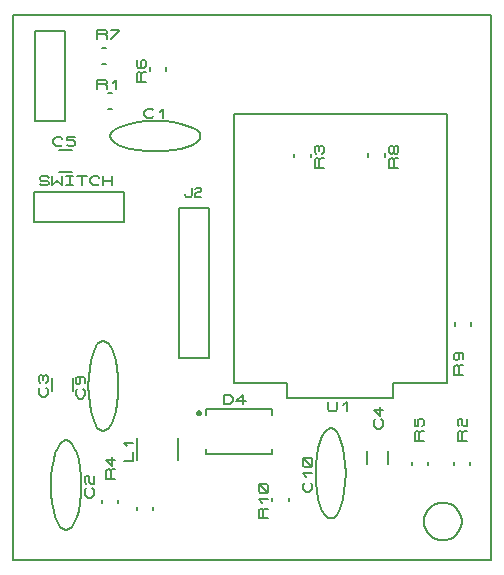
<source format=gbr>
G04 PROTEUS GERBER X2 FILE*
%TF.GenerationSoftware,Labcenter,Proteus,8.17-SP2-Build37159*%
%TF.CreationDate,2024-05-15T17:06:41+00:00*%
%TF.FileFunction,Legend,Top*%
%TF.FilePolarity,Positive*%
%TF.Part,Single*%
%TF.SameCoordinates,{8e856c1c-122a-437a-bfc2-24db689c5e76}*%
%FSLAX45Y45*%
%MOMM*%
G01*
%TA.AperFunction,Profile*%
%ADD21C,0.150000*%
%TA.AperFunction,Material*%
%ADD73C,0.127000*%
%ADD30C,0.150000*%
%ADD31C,0.200000*%
%ADD32C,0.250000*%
%TA.AperFunction,NonMaterial*%
%ADD33C,0.150000*%
%TD.AperFunction*%
D21*
X-2010000Y-2260000D02*
X+2040000Y-2260000D01*
X+2040000Y+2360000D01*
X-2010000Y+2360000D01*
X-2010000Y-2260000D01*
D73*
X-138000Y+1516000D02*
X+1662000Y+1516000D01*
X-138000Y+1516000D02*
X-138000Y-754000D01*
X+312000Y-754000D01*
X+1662000Y+1516000D02*
X+1662000Y-754000D01*
X+312000Y-884000D02*
X+1212000Y-884000D01*
X+312000Y-884000D02*
X+312000Y-754000D01*
X+1212000Y-884000D02*
X+1212000Y-754000D01*
X+1662000Y-754000D01*
D30*
X+655320Y-915750D02*
X+655320Y-979250D01*
X+668655Y-991950D01*
X+721995Y-991950D01*
X+735330Y-979250D01*
X+735330Y-915750D01*
X+788670Y-941150D02*
X+815340Y-915750D01*
X+815340Y-991950D01*
X-1244000Y-1164000D02*
X-1269876Y-1156484D01*
X-1293848Y-1134830D01*
X-1315438Y-1100376D01*
X-1334170Y-1054462D01*
X-1349569Y-998429D01*
X-1361158Y-933614D01*
X-1368460Y-861358D01*
X-1371000Y-783000D01*
X-1244000Y-402000D02*
X-1269876Y-409620D01*
X-1293848Y-431528D01*
X-1315438Y-466294D01*
X-1334170Y-512490D01*
X-1349569Y-568688D01*
X-1361158Y-633458D01*
X-1368460Y-705371D01*
X-1371000Y-783000D01*
X-1244000Y-402000D02*
X-1218124Y-409620D01*
X-1194152Y-431528D01*
X-1172562Y-466294D01*
X-1153830Y-512490D01*
X-1138431Y-568688D01*
X-1126842Y-633458D01*
X-1119540Y-705371D01*
X-1117000Y-783000D01*
X-1244000Y-1164000D02*
X-1218124Y-1156484D01*
X-1194152Y-1134830D01*
X-1172562Y-1100376D01*
X-1153830Y-1054462D01*
X-1138431Y-998429D01*
X-1126842Y-933614D01*
X-1119540Y-861358D01*
X-1117000Y-783000D01*
X-1414180Y-809670D02*
X-1401480Y-823005D01*
X-1401480Y-863010D01*
X-1426880Y-889680D01*
X-1452280Y-889680D01*
X-1477680Y-863010D01*
X-1477680Y-823005D01*
X-1464980Y-809670D01*
X-1452280Y-702990D02*
X-1439580Y-716325D01*
X-1439580Y-756330D01*
X-1452280Y-769665D01*
X-1464980Y-769665D01*
X-1477680Y-756330D01*
X-1477680Y-716325D01*
X-1464980Y-702990D01*
X-1414180Y-702990D01*
X-1401480Y-716325D01*
X-1401480Y-756330D01*
X+680000Y-1905000D02*
X+654124Y-1897484D01*
X+630152Y-1875830D01*
X+608562Y-1841376D01*
X+589830Y-1795462D01*
X+574431Y-1739429D01*
X+562842Y-1674614D01*
X+555540Y-1602358D01*
X+553000Y-1524000D01*
X+680000Y-1143000D02*
X+654124Y-1150620D01*
X+630152Y-1172528D01*
X+608562Y-1207294D01*
X+589830Y-1253490D01*
X+574431Y-1309688D01*
X+562842Y-1374458D01*
X+555540Y-1446371D01*
X+553000Y-1524000D01*
X+680000Y-1143000D02*
X+705876Y-1150620D01*
X+729848Y-1172528D01*
X+751438Y-1207294D01*
X+770170Y-1253490D01*
X+785569Y-1309688D01*
X+797158Y-1374458D01*
X+804460Y-1446371D01*
X+807000Y-1524000D01*
X+680000Y-1905000D02*
X+705876Y-1897484D01*
X+729848Y-1875830D01*
X+751438Y-1841376D01*
X+770170Y-1795462D01*
X+785569Y-1739429D01*
X+797158Y-1674614D01*
X+804460Y-1602358D01*
X+807000Y-1524000D01*
X+509820Y-1604010D02*
X+522520Y-1617345D01*
X+522520Y-1657350D01*
X+497120Y-1684020D01*
X+471720Y-1684020D01*
X+446320Y-1657350D01*
X+446320Y-1617345D01*
X+459020Y-1604010D01*
X+471720Y-1550670D02*
X+446320Y-1524000D01*
X+522520Y-1524000D01*
X+509820Y-1470660D02*
X+459020Y-1470660D01*
X+446320Y-1457325D01*
X+446320Y-1403985D01*
X+459020Y-1390650D01*
X+509820Y-1390650D01*
X+522520Y-1403985D01*
X+522520Y-1457325D01*
X+509820Y-1470660D01*
X+522520Y-1470660D02*
X+446320Y-1390650D01*
D31*
X-1500000Y-825000D02*
X-1500000Y-715000D01*
X-1680000Y-825000D02*
X-1680000Y-715000D01*
D30*
X-1728100Y-796670D02*
X-1715400Y-810005D01*
X-1715400Y-850010D01*
X-1740800Y-876680D01*
X-1766200Y-876680D01*
X-1791600Y-850010D01*
X-1791600Y-810005D01*
X-1778900Y-796670D01*
X-1778900Y-756665D02*
X-1791600Y-743330D01*
X-1791600Y-703325D01*
X-1778900Y-689990D01*
X-1766200Y-689990D01*
X-1753500Y-703325D01*
X-1740800Y-689990D01*
X-1728100Y-689990D01*
X-1715400Y-703325D01*
X-1715400Y-743330D01*
X-1728100Y-756665D01*
X-1753500Y-729995D02*
X-1753500Y-703325D01*
D31*
X+990000Y-1335000D02*
X+990000Y-1445000D01*
X+1170000Y-1335000D02*
X+1170000Y-1445000D01*
D30*
X+1108900Y-1066670D02*
X+1121600Y-1080005D01*
X+1121600Y-1120010D01*
X+1096200Y-1146680D01*
X+1070800Y-1146680D01*
X+1045400Y-1120010D01*
X+1045400Y-1080005D01*
X+1058100Y-1066670D01*
X+1096200Y-959990D02*
X+1096200Y-1040000D01*
X+1045400Y-986660D01*
X+1121600Y-986660D01*
X-1835000Y+603000D02*
X-1073000Y+603000D01*
X-1073000Y+857000D01*
X-1835000Y+857000D01*
X-1835000Y+603000D01*
X-1784040Y+930180D02*
X-1770705Y+917480D01*
X-1717365Y+917480D01*
X-1704030Y+930180D01*
X-1704030Y+942880D01*
X-1717365Y+955580D01*
X-1770705Y+955580D01*
X-1784040Y+968280D01*
X-1784040Y+980980D01*
X-1770705Y+993680D01*
X-1717365Y+993680D01*
X-1704030Y+980980D01*
X-1677360Y+993680D02*
X-1677360Y+917480D01*
X-1637355Y+955580D01*
X-1597350Y+917480D01*
X-1597350Y+993680D01*
X-1557345Y+993680D02*
X-1504005Y+993680D01*
X-1530675Y+993680D02*
X-1530675Y+917480D01*
X-1557345Y+917480D02*
X-1504005Y+917480D01*
X-1464000Y+993680D02*
X-1383990Y+993680D01*
X-1423995Y+993680D02*
X-1423995Y+917480D01*
X-1277310Y+930180D02*
X-1290645Y+917480D01*
X-1330650Y+917480D01*
X-1357320Y+942880D01*
X-1357320Y+968280D01*
X-1330650Y+993680D01*
X-1290645Y+993680D01*
X-1277310Y+980980D01*
X-1250640Y+917480D02*
X-1250640Y+993680D01*
X-1170630Y+993680D02*
X-1170630Y+917480D01*
X-1250640Y+955580D02*
X-1170630Y+955580D01*
X-1184000Y+1332000D02*
X-1176484Y+1357876D01*
X-1154830Y+1381848D01*
X-1120376Y+1403438D01*
X-1074462Y+1422170D01*
X-1018428Y+1437569D01*
X-953614Y+1449158D01*
X-881358Y+1456460D01*
X-803000Y+1459000D01*
X-422000Y+1332000D02*
X-429620Y+1357876D01*
X-451528Y+1381848D01*
X-486294Y+1403438D01*
X-532490Y+1422170D01*
X-588688Y+1437569D01*
X-653458Y+1449158D01*
X-725371Y+1456460D01*
X-803000Y+1459000D01*
X-422000Y+1332000D02*
X-429620Y+1306124D01*
X-451528Y+1282152D01*
X-486294Y+1260562D01*
X-532490Y+1241830D01*
X-588688Y+1226431D01*
X-653458Y+1214842D01*
X-725371Y+1207540D01*
X-803000Y+1205000D01*
X-1184000Y+1332000D02*
X-1176484Y+1306124D01*
X-1154830Y+1282152D01*
X-1120376Y+1260562D01*
X-1074462Y+1241830D01*
X-1018428Y+1226431D01*
X-953614Y+1214842D01*
X-881358Y+1207540D01*
X-803000Y+1205000D01*
X-819670Y+1502180D02*
X-833005Y+1489480D01*
X-873010Y+1489480D01*
X-899680Y+1514880D01*
X-899680Y+1540280D01*
X-873010Y+1565680D01*
X-833005Y+1565680D01*
X-819670Y+1552980D01*
X-766330Y+1540280D02*
X-739660Y+1565680D01*
X-739660Y+1489480D01*
D31*
X-1620000Y+1032000D02*
X-1510000Y+1032000D01*
X-1620000Y+1212000D02*
X-1510000Y+1212000D01*
D30*
X-1591670Y+1260100D02*
X-1605005Y+1247400D01*
X-1645010Y+1247400D01*
X-1671680Y+1272800D01*
X-1671680Y+1298200D01*
X-1645010Y+1323600D01*
X-1605005Y+1323600D01*
X-1591670Y+1310900D01*
X-1484990Y+1323600D02*
X-1551665Y+1323600D01*
X-1551665Y+1298200D01*
X-1498325Y+1298200D01*
X-1484990Y+1285500D01*
X-1484990Y+1260100D01*
X-1498325Y+1247400D01*
X-1538330Y+1247400D01*
X-1551665Y+1260100D01*
X-1560000Y-1243000D02*
X-1534124Y-1250516D01*
X-1510152Y-1272170D01*
X-1488562Y-1306624D01*
X-1469830Y-1352538D01*
X-1454431Y-1408571D01*
X-1442842Y-1473386D01*
X-1435540Y-1545642D01*
X-1433000Y-1624000D01*
X-1560000Y-2005000D02*
X-1534124Y-1997380D01*
X-1510152Y-1975472D01*
X-1488562Y-1940706D01*
X-1469830Y-1894510D01*
X-1454431Y-1838312D01*
X-1442842Y-1773542D01*
X-1435540Y-1701629D01*
X-1433000Y-1624000D01*
X-1560000Y-2005000D02*
X-1585876Y-1997380D01*
X-1609848Y-1975472D01*
X-1631438Y-1940706D01*
X-1650170Y-1894510D01*
X-1665569Y-1838312D01*
X-1677158Y-1773542D01*
X-1684460Y-1701629D01*
X-1687000Y-1624000D01*
X-1560000Y-1243000D02*
X-1585876Y-1250516D01*
X-1609848Y-1272170D01*
X-1631438Y-1306624D01*
X-1650170Y-1352538D01*
X-1665569Y-1408571D01*
X-1677158Y-1473386D01*
X-1684460Y-1545642D01*
X-1687000Y-1624000D01*
X-1339020Y-1650670D02*
X-1326320Y-1664005D01*
X-1326320Y-1704010D01*
X-1351720Y-1730680D01*
X-1377120Y-1730680D01*
X-1402520Y-1704010D01*
X-1402520Y-1664005D01*
X-1389820Y-1650670D01*
X-1389820Y-1610665D02*
X-1402520Y-1597330D01*
X-1402520Y-1557325D01*
X-1389820Y-1543990D01*
X-1377120Y-1543990D01*
X-1364420Y-1557325D01*
X-1364420Y-1597330D01*
X-1351720Y-1610665D01*
X-1326320Y-1610665D01*
X-1326320Y-1543990D01*
D31*
X+1721000Y-1424000D02*
X+1721000Y-1454000D01*
X+1861000Y-1424000D02*
X+1861000Y-1454000D01*
D30*
X+1832600Y-1245680D02*
X+1756400Y-1245680D01*
X+1756400Y-1179005D01*
X+1769100Y-1165670D01*
X+1781800Y-1165670D01*
X+1794500Y-1179005D01*
X+1794500Y-1245680D01*
X+1794500Y-1179005D02*
X+1807200Y-1165670D01*
X+1832600Y-1165670D01*
X+1769100Y-1125665D02*
X+1756400Y-1112330D01*
X+1756400Y-1072325D01*
X+1769100Y-1058990D01*
X+1781800Y-1058990D01*
X+1794500Y-1072325D01*
X+1794500Y-1112330D01*
X+1807200Y-1125665D01*
X+1832600Y-1125665D01*
X+1832600Y-1058990D01*
D31*
X-1117000Y-1776000D02*
X-1117000Y-1746000D01*
X-1257000Y-1776000D02*
X-1257000Y-1746000D01*
D30*
X-1142400Y-1567680D02*
X-1218600Y-1567680D01*
X-1218600Y-1501005D01*
X-1205900Y-1487670D01*
X-1193200Y-1487670D01*
X-1180500Y-1501005D01*
X-1180500Y-1567680D01*
X-1180500Y-1501005D02*
X-1167800Y-1487670D01*
X-1142400Y-1487670D01*
X-1167800Y-1380990D02*
X-1167800Y-1461000D01*
X-1218600Y-1407660D01*
X-1142400Y-1407660D01*
D31*
X+1366000Y-1424000D02*
X+1366000Y-1454000D01*
X+1506000Y-1424000D02*
X+1506000Y-1454000D01*
D30*
X+1467600Y-1245680D02*
X+1391400Y-1245680D01*
X+1391400Y-1179005D01*
X+1404100Y-1165670D01*
X+1416800Y-1165670D01*
X+1429500Y-1179005D01*
X+1429500Y-1245680D01*
X+1429500Y-1179005D02*
X+1442200Y-1165670D01*
X+1467600Y-1165670D01*
X+1391400Y-1058990D02*
X+1391400Y-1125665D01*
X+1416800Y-1125665D01*
X+1416800Y-1072325D01*
X+1429500Y-1058990D01*
X+1454900Y-1058990D01*
X+1467600Y-1072325D01*
X+1467600Y-1112330D01*
X+1454900Y-1125665D01*
D31*
X+324000Y-1758000D02*
X+324000Y-1728000D01*
X+184000Y-1758000D02*
X+184000Y-1728000D01*
D30*
X+148600Y-1903020D02*
X+72400Y-1903020D01*
X+72400Y-1836345D01*
X+85100Y-1823010D01*
X+97800Y-1823010D01*
X+110500Y-1836345D01*
X+110500Y-1903020D01*
X+110500Y-1836345D02*
X+123200Y-1823010D01*
X+148600Y-1823010D01*
X+97800Y-1769670D02*
X+72400Y-1743000D01*
X+148600Y-1743000D01*
X+135900Y-1689660D02*
X+85100Y-1689660D01*
X+72400Y-1676325D01*
X+72400Y-1622985D01*
X+85100Y-1609650D01*
X+135900Y-1609650D01*
X+148600Y-1622985D01*
X+148600Y-1676325D01*
X+135900Y-1689660D01*
X+148600Y-1689660D02*
X+72400Y-1609650D01*
D32*
X-427500Y-1010000D02*
X-427543Y-1008961D01*
X-427895Y-1006882D01*
X-428632Y-1004803D01*
X-429836Y-1002724D01*
X-431677Y-1000674D01*
X-433756Y-999171D01*
X-435835Y-998214D01*
X-437914Y-997675D01*
X-439993Y-997500D01*
X-440000Y-997500D01*
X-452500Y-1010000D02*
X-452457Y-1008961D01*
X-452105Y-1006882D01*
X-451368Y-1004803D01*
X-450164Y-1002724D01*
X-448323Y-1000674D01*
X-446244Y-999171D01*
X-444165Y-998214D01*
X-442086Y-997675D01*
X-440007Y-997500D01*
X-440000Y-997500D01*
X-452500Y-1010000D02*
X-452457Y-1011039D01*
X-452105Y-1013118D01*
X-451368Y-1015197D01*
X-450164Y-1017276D01*
X-448323Y-1019326D01*
X-446244Y-1020829D01*
X-444165Y-1021786D01*
X-442086Y-1022325D01*
X-440007Y-1022500D01*
X-440000Y-1022500D01*
X-427500Y-1010000D02*
X-427543Y-1011039D01*
X-427895Y-1013118D01*
X-428632Y-1015197D01*
X-429836Y-1017276D01*
X-431677Y-1019326D01*
X-433756Y-1020829D01*
X-435835Y-1021786D01*
X-437914Y-1022325D01*
X-439993Y-1022500D01*
X-440000Y-1022500D01*
D31*
X-375000Y-1025000D02*
X-375000Y-980000D01*
X+185000Y-980000D01*
X+185000Y-1025000D01*
X-375000Y-1315000D02*
X-375000Y-1360000D01*
X+185000Y-1360000D01*
X+185000Y-1315000D01*
D30*
X-225530Y-936400D02*
X-225530Y-860200D01*
X-172190Y-860200D01*
X-145520Y-885600D01*
X-145520Y-911000D01*
X-172190Y-936400D01*
X-225530Y-936400D01*
X-38840Y-911000D02*
X-118850Y-911000D01*
X-65510Y-860200D01*
X-65510Y-936400D01*
D31*
X-616000Y-1410000D02*
X-616000Y-1220000D01*
X-956000Y-1410000D02*
X-956000Y-1220000D01*
D30*
X-1067600Y-1421680D02*
X-991400Y-1421680D01*
X-991400Y-1341670D01*
X-1042200Y-1288330D02*
X-1067600Y-1261660D01*
X-991400Y-1261660D01*
D31*
X+370000Y+1185000D02*
X+370000Y+1155000D01*
X+510000Y+1185000D02*
X+510000Y+1155000D01*
D30*
X+621600Y+1063320D02*
X+545400Y+1063320D01*
X+545400Y+1129995D01*
X+558100Y+1143330D01*
X+570800Y+1143330D01*
X+583500Y+1129995D01*
X+583500Y+1063320D01*
X+583500Y+1129995D02*
X+596200Y+1143330D01*
X+621600Y+1143330D01*
X+558100Y+1183335D02*
X+545400Y+1196670D01*
X+545400Y+1236675D01*
X+558100Y+1250010D01*
X+570800Y+1250010D01*
X+583500Y+1236675D01*
X+596200Y+1250010D01*
X+608900Y+1250010D01*
X+621600Y+1236675D01*
X+621600Y+1196670D01*
X+608900Y+1183335D01*
X+583500Y+1210005D02*
X+583500Y+1236675D01*
D31*
X+1000000Y+1186000D02*
X+1000000Y+1156000D01*
X+1140000Y+1186000D02*
X+1140000Y+1156000D01*
D30*
X+1251600Y+1064320D02*
X+1175400Y+1064320D01*
X+1175400Y+1130995D01*
X+1188100Y+1144330D01*
X+1200800Y+1144330D01*
X+1213500Y+1130995D01*
X+1213500Y+1064320D01*
X+1213500Y+1130995D02*
X+1226200Y+1144330D01*
X+1251600Y+1144330D01*
X+1213500Y+1197670D02*
X+1200800Y+1184335D01*
X+1188100Y+1184335D01*
X+1175400Y+1197670D01*
X+1175400Y+1237675D01*
X+1188100Y+1251010D01*
X+1200800Y+1251010D01*
X+1213500Y+1237675D01*
X+1213500Y+1197670D01*
X+1226200Y+1184335D01*
X+1238900Y+1184335D01*
X+1251600Y+1197670D01*
X+1251600Y+1237675D01*
X+1238900Y+1251010D01*
X+1226200Y+1251010D01*
X+1213500Y+1237675D01*
D31*
X+1730000Y-245000D02*
X+1730000Y-275000D01*
X+1870000Y-245000D02*
X+1870000Y-275000D01*
D30*
X+1801600Y-686680D02*
X+1725400Y-686680D01*
X+1725400Y-620005D01*
X+1738100Y-606670D01*
X+1750800Y-606670D01*
X+1763500Y-620005D01*
X+1763500Y-686680D01*
X+1763500Y-620005D02*
X+1776200Y-606670D01*
X+1801600Y-606670D01*
X+1750800Y-499990D02*
X+1763500Y-513325D01*
X+1763500Y-553330D01*
X+1750800Y-566665D01*
X+1738100Y-566665D01*
X+1725400Y-553330D01*
X+1725400Y-513325D01*
X+1738100Y-499990D01*
X+1788900Y-499990D01*
X+1801600Y-513325D01*
X+1801600Y-553330D01*
D31*
X-1205000Y+1560000D02*
X-1175000Y+1560000D01*
X-1205000Y+1700000D02*
X-1175000Y+1700000D01*
D30*
X-1296680Y+1735400D02*
X-1296680Y+1811600D01*
X-1230005Y+1811600D01*
X-1216670Y+1798900D01*
X-1216670Y+1786200D01*
X-1230005Y+1773500D01*
X-1296680Y+1773500D01*
X-1230005Y+1773500D02*
X-1216670Y+1760800D01*
X-1216670Y+1735400D01*
X-1163330Y+1786200D02*
X-1136660Y+1811600D01*
X-1136660Y+1735400D01*
D31*
X-710000Y+1885000D02*
X-710000Y+1915000D01*
X-850000Y+1885000D02*
X-850000Y+1915000D01*
D30*
X-885400Y+1793320D02*
X-961600Y+1793320D01*
X-961600Y+1859995D01*
X-948900Y+1873330D01*
X-936200Y+1873330D01*
X-923500Y+1859995D01*
X-923500Y+1793320D01*
X-923500Y+1859995D02*
X-910800Y+1873330D01*
X-885400Y+1873330D01*
X-948900Y+1980010D02*
X-961600Y+1966675D01*
X-961600Y+1926670D01*
X-948900Y+1913335D01*
X-898100Y+1913335D01*
X-885400Y+1926670D01*
X-885400Y+1966675D01*
X-898100Y+1980010D01*
X-910800Y+1980010D01*
X-923500Y+1966675D01*
X-923500Y+1913335D01*
D31*
X-1225000Y+2080000D02*
X-1255000Y+2080000D01*
X-1225000Y+1940000D02*
X-1255000Y+1940000D01*
D30*
X-1296680Y+2158400D02*
X-1296680Y+2234600D01*
X-1230005Y+2234600D01*
X-1216670Y+2221900D01*
X-1216670Y+2209200D01*
X-1230005Y+2196500D01*
X-1296680Y+2196500D01*
X-1230005Y+2196500D02*
X-1216670Y+2183800D01*
X-1216670Y+2158400D01*
X-1176665Y+2234600D02*
X-1109990Y+2234600D01*
X-1109990Y+2221900D01*
X-1176665Y+2158400D01*
D21*
X+1790312Y-1930000D02*
X+1789777Y-1916917D01*
X+1785433Y-1890749D01*
X+1776357Y-1864581D01*
X+1761574Y-1838413D01*
X+1738960Y-1812409D01*
X+1712792Y-1792721D01*
X+1686624Y-1780021D01*
X+1660456Y-1772608D01*
X+1634288Y-1769745D01*
X+1630000Y-1769688D01*
X+1469688Y-1930000D02*
X+1470223Y-1916917D01*
X+1474567Y-1890749D01*
X+1483643Y-1864581D01*
X+1498426Y-1838413D01*
X+1521040Y-1812409D01*
X+1547208Y-1792721D01*
X+1573376Y-1780021D01*
X+1599544Y-1772608D01*
X+1625712Y-1769745D01*
X+1630000Y-1769688D01*
X+1469688Y-1930000D02*
X+1470223Y-1943083D01*
X+1474567Y-1969251D01*
X+1483643Y-1995419D01*
X+1498426Y-2021587D01*
X+1521040Y-2047591D01*
X+1547208Y-2067279D01*
X+1573376Y-2079979D01*
X+1599544Y-2087392D01*
X+1625712Y-2090255D01*
X+1630000Y-2090312D01*
X+1790312Y-1930000D02*
X+1789777Y-1943083D01*
X+1785433Y-1969251D01*
X+1776357Y-1995419D01*
X+1761574Y-2021587D01*
X+1738960Y-2047591D01*
X+1712792Y-2067279D01*
X+1686624Y-2079979D01*
X+1660456Y-2087392D01*
X+1634288Y-2090255D01*
X+1630000Y-2090312D01*
D30*
X-1827000Y+1463000D02*
X-1573000Y+1463000D01*
X-1573000Y+2225000D01*
X-1827000Y+2225000D01*
X-1827000Y+1463000D01*
D33*
X-607000Y-549000D02*
X-353000Y-549000D01*
X-353000Y+721000D01*
X-607000Y+721000D01*
X-607000Y-549000D01*
X-550000Y+843800D02*
X-550000Y+831100D01*
X-540475Y+818400D01*
X-502375Y+818400D01*
X-492850Y+831100D01*
X-492850Y+894600D01*
X-464275Y+881900D02*
X-454750Y+894600D01*
X-426175Y+894600D01*
X-416650Y+881900D01*
X-416650Y+869200D01*
X-426175Y+856500D01*
X-454750Y+856500D01*
X-464275Y+843800D01*
X-464275Y+818400D01*
X-416650Y+818400D01*
D31*
X-820000Y-1835000D02*
X-820000Y-1805000D01*
X-960000Y-1835000D02*
X-960000Y-1805000D01*
M02*

</source>
